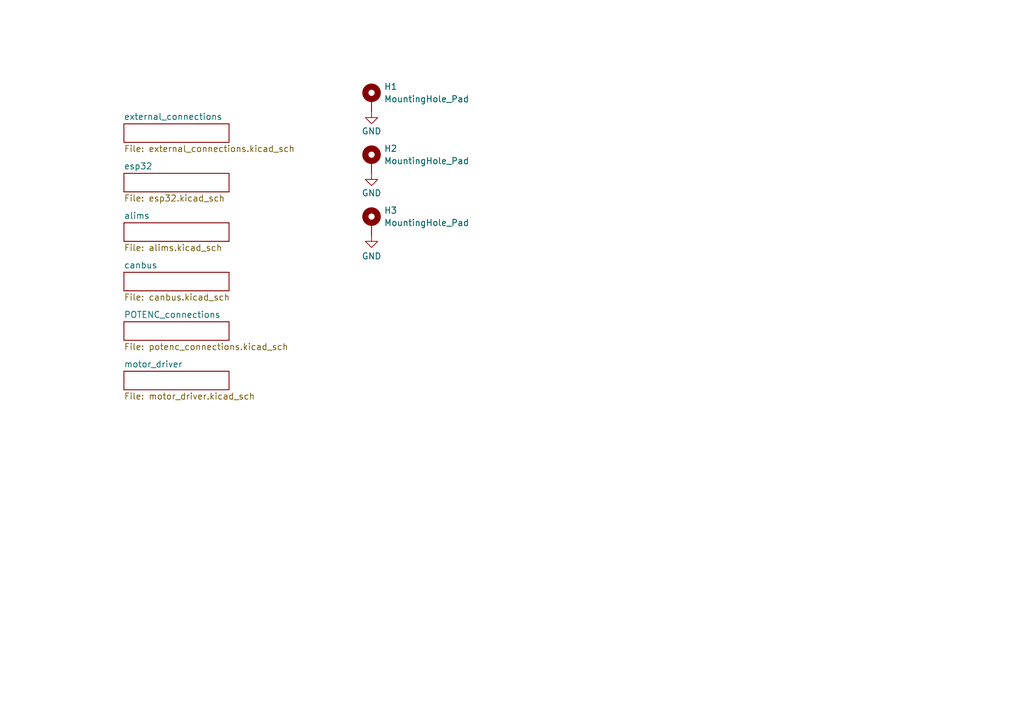
<source format=kicad_sch>
(kicad_sch (version 20231120) (generator "eeschema") (generator_version "8.0")
  (paper "A5")
  (title_block (title "ARM-JL Driver") (date "2025-02-03") (rev "REV0") (company "RobotiqueUdeS") (comment 1 "Made by Philippe Michaud"))
  (lib_symbols
    (symbol "RoverLibrary:MountingHole_Pad" (pin_numbers hide) (pin_names (offset 1.016) hide) (exclude_from_sim yes) (in_bom no)
      (property "Reference" "H" (at 0 6.35 0))
      (property "Value" "MountingHole_Pad" (at 0 4.445 0))
      (symbol "MountingHole_Pad_0_1"
        (circle (center 0 1.27) (radius 1.27) (stroke (width 1.27)))
      )
      (symbol "MountingHole_Pad_1_1"
        (pin input line (at 0 -2.54 90) (length 2.54) (name "1") (number "1"))
      )
    )
    (symbol "power:GND" (power) (pin_numbers hide) (pin_names (offset 0) hide)
      (property "Value" "GND" (at 0 -3.81 0))
      (symbol "GND_0_1"
        (polyline (pts (xy 0 0) (xy 0 -1.27) (xy 1.27 -1.27) (xy 0 -2.54) (xy -1.27 -1.27) (xy 0 -1.27)))
      )
      (symbol "GND_1_1"
        (pin power_in line (at 0 0 270) (length 0) (name "~") (number "1"))
      )
    )
  )
  (symbol (lib_id "power:GND") (at 76.2 48.26 0) (unit 1)
    (property "Reference" "#PWR050" (effects (hide yes)))
    (property "Value" "GND" (at 76.2 52.578 0))
    (property "Description" "Power symbol creates a global label with name \"GND\" , ground" (effects (hide yes)))
  )
  (symbol (lib_id "RoverLibrary:MountingHole_Pad") (at 76.2 20.32 0) (unit 1) (exclude_from_sim yes) (in_bom no)
    (property "Reference" "H1" (at 78.74 17.7799 0) (effects (justify left)))
    (property "Value" "MountingHole_Pad" (at 78.74 20.3199 0) (effects (justify left)))
    (property "Footprint" "MountingHole:MountingHole_3.2mm_M3_DIN965_Pad_TopBottom" (effects (hide yes)))
    (property "Description" "Mounting Hole with connection" (effects (hide yes)))
  )
  (symbol (lib_id "RoverLibrary:MountingHole_Pad") (at 76.2 33.02 0) (unit 1) (exclude_from_sim yes) (in_bom no)
    (property "Reference" "H2" (at 78.74 30.4799 0) (effects (justify left)))
    (property "Value" "MountingHole_Pad" (at 78.74 33.0199 0) (effects (justify left)))
    (property "Footprint" "MountingHole:MountingHole_3.2mm_M3_DIN965_Pad_TopBottom" (effects (hide yes)))
    (property "Description" "Mounting Hole with connection" (effects (hide yes)))
  )
  (symbol (lib_id "power:GND") (at 76.2 22.86 0) (unit 1)
    (property "Reference" "#PWR022" (effects (hide yes)))
    (property "Value" "GND" (at 76.2 26.924 0))
    (property "Description" "Power symbol creates a global label with name \"GND\" , ground" (effects (hide yes)))
  )
  (symbol (lib_id "RoverLibrary:MountingHole_Pad") (at 76.2 45.72 0) (unit 1) (exclude_from_sim yes) (in_bom no)
    (property "Reference" "H3" (at 78.74 43.1799 0) (effects (justify left)))
    (property "Value" "MountingHole_Pad" (at 78.74 45.7199 0) (effects (justify left)))
    (property "Footprint" "MountingHole:MountingHole_3.2mm_M3_DIN965_Pad_TopBottom" (effects (hide yes)))
    (property "Description" "Mounting Hole with connection" (effects (hide yes)))
  )
  (symbol (lib_id "power:GND") (at 76.2 35.56 0) (unit 1)
    (property "Reference" "#PWR049" (effects (hide yes)))
    (property "Value" "GND" (at 76.2 39.624 0))
    (property "Description" "Power symbol creates a global label with name \"GND\" , ground" (effects (hide yes)))
  )
  (sheet (at 25.4 45.72) (size 21.59 3.81) (stroke (width 0.1524))
    (property "Sheetname" "alims" (at 25.4 45.0084 0) (effects (justify left bottom)))
    (property "Sheetfile" "alims.kicad_sch" (at 25.4 50.1146 0) (effects (justify left top)))
  )
  (sheet (at 25.4 25.4) (size 21.59 3.81) (stroke (width 0.1524))
    (property "Sheetname" "external_connections" (at 25.4 24.6884 0) (effects (justify left bottom)))
    (property "Sheetfile" "external_connections.kicad_sch" (at 25.4 29.7946 0) (effects (justify left top)))
  )
  (sheet (at 25.4 76.2) (size 21.59 3.81) (stroke (width 0.1524))
    (property "Sheetname" "motor_driver" (at 25.4 75.4884 0) (effects (justify left bottom)))
    (property "Sheetfile" "motor_driver.kicad_sch" (at 25.4 80.5946 0) (effects (justify left top)))
  )
  (sheet (at 25.4 66.04) (size 21.59 3.81) (stroke (width 0.1524))
    (property "Sheetname" "POTENC_connections" (at 25.4 65.3284 0) (effects (justify left bottom)))
    (property "Sheetfile" "potenc_connections.kicad_sch" (at 25.4 70.4346 0) (effects (justify left top)))
  )
  (sheet (at 25.4 35.56) (size 21.59 3.81) (stroke (width 0.1524))
    (property "Sheetname" "esp32" (at 25.4 34.8484 0) (effects (justify left bottom)))
    (property "Sheetfile" "esp32.kicad_sch" (at 25.4 39.9546 0) (effects (justify left top)))
  )
  (sheet (at 25.4 55.88) (size 21.59 3.81) (stroke (width 0.1524))
    (property "Sheetname" "canbus" (at 25.4 55.1684 0) (effects (justify left bottom)))
    (property "Sheetfile" "canbus.kicad_sch" (at 25.4 60.2746 0) (effects (justify left top)))
  )
)
</source>
